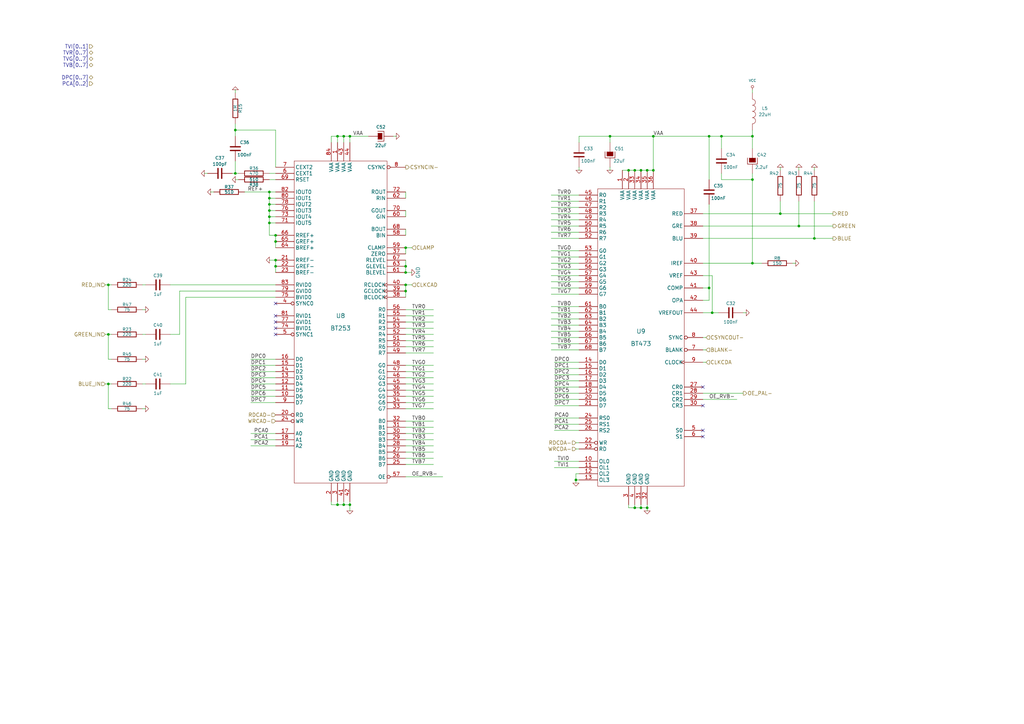
<source format=kicad_sch>
(kicad_sch (version 20200512) (host eeschema "(5.99.0-1712-g5a9e69b14)")
  (page 8 8)
  (paper "A3")
  (title_block (title "Video") (date "Sun 22 Mar 2015") (rev "2.0B") (company "Kicad EDA"))
  (lib_symbols
    (symbol "video_schlib:BT253"
      (property "Reference" "U" (at 0 2.54 0))
      (property "Value" "BT253" (at 0 -2.54 0))
      (symbol "BT253_0_1"
        (rectangle (start -19.05 -66.04) (end 19.05 66.04))
      )
      (symbol "BT253_1_1"
        (pin input line (at -1.27 73.66 270) (length 7.62) (name "VAA") (number "1"))
        (pin tri_state line (at -26.67 -30.48 0) (length 7.62) (name "D6") (number "10"))
        (pin tri_state line (at -26.67 -27.94 0) (length 7.62) (name "D5") (number "11"))
        (pin tri_state line (at -26.67 -25.4 0) (length 7.62) (name "D4") (number "12"))
        (pin tri_state line (at -26.67 -22.86 0) (length 7.62) (name "D3") (number "13"))
        (pin tri_state line (at -26.67 -20.32 0) (length 7.62) (name "D2") (number "14"))
        (pin tri_state line (at -26.67 -17.78 0) (length 7.62) (name "D1") (number "15"))
        (pin tri_state line (at -26.67 -15.24 0) (length 7.62) (name "D0") (number "16"))
        (pin input line (at -26.67 -45.72 0) (length 7.62) (name "A0") (number "17"))
        (pin input line (at -26.67 -48.26 0) (length 7.62) (name "A1") (number "18"))
        (pin input line (at -26.67 -50.8 0) (length 7.62) (name "A2") (number "19"))
        (pin input line (at -3.81 -73.66 90) (length 7.62) (name "GND") (number "2"))
        (pin input inverted (at -26.67 -38.1 0) (length 7.62) (name "RD") (number "20"))
        (pin input line (at -26.67 25.4 0) (length 7.62) (name "RREF-") (number "21"))
        (pin input line (at -26.67 22.86 0) (length 7.62) (name "GREF-") (number "22"))
        (pin input line (at -26.67 20.32 0) (length 7.62) (name "BREF-") (number "23"))
        (pin input inverted (at -26.67 -40.64 0) (length 7.62) (name "WR") (number "24"))
        (pin tri_state line (at 26.67 -58.42 180) (length 7.62) (name "B7") (number "25"))
        (pin tri_state line (at 26.67 -55.88 180) (length 7.62) (name "B6") (number "26"))
        (pin tri_state line (at 26.67 -53.34 180) (length 7.62) (name "B5") (number "27"))
        (pin tri_state line (at 26.67 -50.8 180) (length 7.62) (name "B4") (number "28"))
        (pin tri_state line (at 26.67 -48.26 180) (length 7.62) (name "B3") (number "29"))
        (pin input line (at -1.27 -73.66 90) (length 7.62) (name "GND") (number "3"))
        (pin tri_state line (at 26.67 -45.72 180) (length 7.62) (name "B2") (number "30"))
        (pin tri_state line (at 26.67 -43.18 180) (length 7.62) (name "B1") (number "31"))
        (pin tri_state line (at 26.67 -40.64 180) (length 7.62) (name "B0") (number "32"))
        (pin tri_state line (at 26.67 -35.56 180) (length 7.62) (name "G7") (number "33"))
        (pin tri_state line (at 26.67 -33.02 180) (length 7.62) (name "G6") (number "34"))
        (pin tri_state line (at 26.67 -30.48 180) (length 7.62) (name "G5") (number "35"))
        (pin tri_state line (at 26.67 -27.94 180) (length 7.62) (name "G4") (number "36"))
        (pin input line (at 26.67 27.94 180) (length 7.62) (name "ZERO") (number "37"))
        (pin input clock (at 26.67 10.16 180) (length 7.62) (name "BCLOCK") (number "38"))
        (pin input clock (at 26.67 12.7 180) (length 7.62) (name "GCLOCK") (number "39"))
        (pin input inverted (at -26.67 7.62 0) (length 7.62) (name "SYNC0") (number "4"))
        (pin input clock (at 26.67 15.24 180) (length 7.62) (name "RCLOCK") (number "40"))
        (pin input line (at 1.27 -73.66 90) (length 7.62) (name "GND") (number "41"))
        (pin input line (at 3.81 -73.66 90) (length 7.62) (name "GND") (number "42"))
        (pin input line (at 1.27 73.66 270) (length 7.62) (name "VAA") (number "43"))
        (pin input line (at 3.81 73.66 270) (length 7.62) (name "VAA") (number "44"))
        (pin tri_state line (at 26.67 -25.4 180) (length 7.62) (name "G3") (number "45"))
        (pin tri_state line (at 26.67 -22.86 180) (length 7.62) (name "G2") (number "46"))
        (pin tri_state line (at 26.67 -20.32 180) (length 7.62) (name "G1") (number "47"))
        (pin tri_state line (at 26.67 -17.78 180) (length 7.62) (name "G0") (number "48"))
        (pin tri_state line (at 26.67 -12.7 180) (length 7.62) (name "R7") (number "49"))
        (pin input inverted (at -26.67 -5.08 0) (length 7.62) (name "SYNC1") (number "5"))
        (pin tri_state line (at 26.67 -10.16 180) (length 7.62) (name "R6") (number "50"))
        (pin tri_state line (at 26.67 -7.62 180) (length 7.62) (name "R5") (number "51"))
        (pin tri_state line (at 26.67 -5.08 180) (length 7.62) (name "R4") (number "52"))
        (pin tri_state line (at 26.67 -2.54 180) (length 7.62) (name "R3") (number "53"))
        (pin tri_state line (at 26.67 0 180) (length 7.62) (name "R2") (number "54"))
        (pin tri_state line (at 26.67 2.54 180) (length 7.62) (name "R1") (number "55"))
        (pin tri_state line (at 26.67 5.08 180) (length 7.62) (name "R0") (number "56"))
        (pin input inverted (at 26.67 -63.5 180) (length 7.62) (name "OE") (number "57"))
        (pin input line (at 26.67 35.56 180) (length 7.62) (name "BIN") (number "58"))
        (pin input line (at 26.67 30.48 180) (length 7.62) (name "CLAMP") (number "59"))
        (pin output line (at -26.67 60.96 0) (length 7.62) (name "CEXT1") (number "6"))
        (pin input line (at 26.67 43.18 180) (length 7.62) (name "GIN") (number "60"))
        (pin input line (at 26.67 20.32 180) (length 7.62) (name "BLEVEL") (number "61"))
        (pin input line (at 26.67 50.8 180) (length 7.62) (name "RIN") (number "62"))
        (pin input line (at 26.67 22.86 180) (length 7.62) (name "GLEVEL") (number "63"))
        (pin input line (at -26.67 30.48 0) (length 7.62) (name "BREF+") (number "64"))
        (pin input line (at -26.67 33.02 0) (length 7.62) (name "GREF+") (number "65"))
        (pin input line (at -26.67 35.56 0) (length 7.62) (name "RREF+") (number "66"))
        (pin input line (at 26.67 25.4 180) (length 7.62) (name "RLEVEL") (number "67"))
        (pin output line (at 26.67 38.1 180) (length 7.62) (name "BOUT") (number "68"))
        (pin input line (at -26.67 58.42 0) (length 7.62) (name "RSET") (number "69"))
        (pin input line (at -26.67 63.5 0) (length 7.62) (name "CEXT2") (number "7"))
        (pin output line (at 26.67 45.72 180) (length 7.62) (name "GOUT") (number "70"))
        (pin passive line (at -26.67 40.64 0) (length 7.62) (name "IOUT5") (number "71"))
        (pin output line (at 26.67 53.34 180) (length 7.62) (name "ROUT") (number "72"))
        (pin passive line (at -26.67 43.18 0) (length 7.62) (name "IOUT4") (number "73"))
        (pin input line (at -26.67 -2.54 0) (length 7.62) (name "BVID1") (number "74"))
        (pin input line (at -26.67 10.16 0) (length 7.62) (name "BVID0") (number "75"))
        (pin passive line (at -26.67 45.72 0) (length 7.62) (name "IOUT3") (number "76"))
        (pin input line (at -26.67 0 0) (length 7.62) (name "GVID1") (number "77"))
        (pin passive line (at -26.67 48.26 0) (length 7.62) (name "IOUT2") (number "78"))
        (pin input line (at -26.67 12.7 0) (length 7.62) (name "GVID0") (number "79"))
        (pin output inverted (at 26.67 63.5 180) (length 7.62) (name "CSYNC") (number "8"))
        (pin passive line (at -26.67 50.8 0) (length 7.62) (name "IOUT1") (number "80"))
        (pin input line (at -26.67 2.54 0) (length 7.62) (name "RVID1") (number "81"))
        (pin passive line (at -26.67 53.34 0) (length 7.62) (name "IOUT0") (number "82"))
        (pin input line (at -26.67 15.24 0) (length 7.62) (name "RVID0") (number "83"))
        (pin input line (at -3.81 73.66 270) (length 7.62) (name "VAA") (number "84"))
        (pin tri_state line (at -26.67 -33.02 0) (length 7.62) (name "D7") (number "9"))
      )
    )
    (symbol "video_schlib:BT473"
      (property "Reference" "U" (at 0 2.54 0))
      (property "Value" "BT473" (at 0 -2.54 0))
      (symbol "BT473_0_1"
        (rectangle (start -17.78 -60.96) (end 17.78 60.96))
      )
      (symbol "BT473_1_1"
        (pin input line (at -7.62 68.58 270) (length 7.62) (name "VAA") (number "1"))
        (pin input line (at -25.4 -50.8 0) (length 7.62) (name "OL0") (number "10"))
        (pin input line (at -25.4 -53.34 0) (length 7.62) (name "OL1") (number "11"))
        (pin input line (at -25.4 -55.88 0) (length 7.62) (name "OL2") (number "12"))
        (pin input line (at -25.4 -58.42 0) (length 7.62) (name "OL3") (number "13"))
        (pin input line (at -25.4 -10.16 0) (length 7.62) (name "D0") (number "14"))
        (pin input line (at -25.4 -12.7 0) (length 7.62) (name "D1") (number "15"))
        (pin input line (at -25.4 -15.24 0) (length 7.62) (name "D2") (number "16"))
        (pin input line (at -25.4 -17.78 0) (length 7.62) (name "D3") (number "17"))
        (pin input line (at -25.4 -20.32 0) (length 7.62) (name "D4") (number "18"))
        (pin input line (at -25.4 -22.86 0) (length 7.62) (name "D5") (number "19"))
        (pin input line (at -5.08 68.58 270) (length 7.62) (name "VAA") (number "2"))
        (pin input line (at -25.4 -25.4 0) (length 7.62) (name "D6") (number "20"))
        (pin input line (at -25.4 -27.94 0) (length 7.62) (name "D7") (number "21"))
        (pin input inverted (at -25.4 -43.18 0) (length 7.62) (name "WR") (number "22"))
        (pin input inverted (at -25.4 -45.72 0) (length 7.62) (name "RD") (number "23"))
        (pin input line (at -25.4 -33.02 0) (length 7.62) (name "RS0") (number "24"))
        (pin input line (at -25.4 -35.56 0) (length 7.62) (name "RS1") (number "25"))
        (pin input line (at -25.4 -38.1 0) (length 7.62) (name "RS2") (number "26"))
        (pin output line (at 25.4 -20.32 180) (length 7.62) (name "CR0") (number "27"))
        (pin output line (at 25.4 -22.86 180) (length 7.62) (name "CR1") (number "28"))
        (pin output line (at 25.4 -25.4 180) (length 7.62) (name "CR2") (number "29"))
        (pin input line (at -5.08 -68.58 90) (length 7.62) (name "GND") (number "3"))
        (pin output line (at 25.4 -27.94 180) (length 7.62) (name "CR3") (number "30"))
        (pin input line (at 0 -68.58 90) (length 7.62) (name "GND") (number "31"))
        (pin input line (at 2.54 -68.58 90) (length 7.62) (name "GND") (number "32"))
        (pin input line (at -2.54 68.58 270) (length 7.62) (name "VAA") (number "33"))
        (pin input line (at 0 68.58 270) (length 7.62) (name "VAA") (number "34"))
        (pin input line (at 2.54 68.58 270) (length 7.62) (name "VAA") (number "35"))
        (pin input line (at 5.08 68.58 270) (length 7.62) (name "VAA") (number "36"))
        (pin output line (at 25.4 50.8 180) (length 7.62) (name "RED") (number "37"))
        (pin output line (at 25.4 45.72 180) (length 7.62) (name "GRE") (number "38"))
        (pin output line (at 25.4 40.64 180) (length 7.62) (name "BLU") (number "39"))
        (pin input line (at -2.54 -68.58 90) (length 7.62) (name "GND") (number "4"))
        (pin input line (at 25.4 30.48 180) (length 7.62) (name "IREF") (number "40"))
        (pin input line (at 25.4 20.32 180) (length 7.62) (name "COMP") (number "41"))
        (pin output line (at 25.4 15.24 180) (length 7.62) (name "OPA") (number "42"))
        (pin input line (at 25.4 25.4 180) (length 7.62) (name "VREF") (number "43"))
        (pin output line (at 25.4 10.16 180) (length 7.62) (name "VREFOUT") (number "44"))
        (pin input line (at -25.4 58.42 0) (length 7.62) (name "R0") (number "45"))
        (pin input line (at -25.4 55.88 0) (length 7.62) (name "R1") (number "46"))
        (pin input line (at -25.4 53.34 0) (length 7.62) (name "R2") (number "47"))
        (pin input line (at -25.4 50.8 0) (length 7.62) (name "R3") (number "48"))
        (pin input line (at -25.4 48.26 0) (length 7.62) (name "R4") (number "49"))
        (pin input line (at 25.4 -38.1 180) (length 7.62) (name "S0") (number "5"))
        (pin input line (at -25.4 45.72 0) (length 7.62) (name "R5") (number "50"))
        (pin input line (at -25.4 43.18 0) (length 7.62) (name "R6") (number "51"))
        (pin input line (at -25.4 40.64 0) (length 7.62) (name "R7") (number "52"))
        (pin input line (at -25.4 35.56 0) (length 7.62) (name "G0") (number "53"))
        (pin input line (at -25.4 33.02 0) (length 7.62) (name "G1") (number "54"))
        (pin input line (at -25.4 30.48 0) (length 7.62) (name "G2") (number "55"))
        (pin input line (at -25.4 27.94 0) (length 7.62) (name "G3") (number "56"))
        (pin input line (at -25.4 25.4 0) (length 7.62) (name "G4") (number "57"))
        (pin input line (at -25.4 22.86 0) (length 7.62) (name "G5") (number "58"))
        (pin input line (at -25.4 20.32 0) (length 7.62) (name "G6") (number "59"))
        (pin input line (at 25.4 -40.64 180) (length 7.62) (name "S1") (number "6"))
        (pin input line (at -25.4 17.78 0) (length 7.62) (name "G7") (number "60"))
        (pin input line (at -25.4 12.7 0) (length 7.62) (name "B0") (number "61"))
        (pin input line (at -25.4 10.16 0) (length 7.62) (name "B1") (number "62"))
        (pin input line (at -25.4 7.62 0) (length 7.62) (name "B2") (number "63"))
        (pin input line (at -25.4 5.08 0) (length 7.62) (name "B3") (number "64"))
        (pin input line (at -25.4 2.54 0) (length 7.62) (name "B4") (number "65"))
        (pin input line (at -25.4 0 0) (length 7.62) (name "B5") (number "66"))
        (pin input line (at -25.4 -2.54 0) (length 7.62) (name "B6") (number "67"))
        (pin input line (at -25.4 -5.08 0) (length 7.62) (name "B7") (number "68"))
        (pin input inverted (at 25.4 -5.08 180) (length 7.62) (name "BLANK") (number "7"))
        (pin input inverted (at 25.4 0 180) (length 7.62) (name "SYNC") (number "8"))
        (pin input clock (at 25.4 -10.16 180) (length 7.62) (name "CLOCK") (number "9"))
      )
    )
    (symbol "video_schlib:C" (pin_numbers hide) (pin_names (offset 0.254))
      (property "Reference" "C" (at 0 2.54 0))
      (property "Value" "C" (at 0.1524 -2.159 0))
      (symbol "C_0_1"
        (polyline (pts (xy -2.032 -0.762) (xy 2.032 -0.762)) (stroke (width 0.508)))
        (polyline (pts (xy -2.032 0.762) (xy 2.032 0.762)) (stroke (width 0.508)))
      )
      (symbol "C_1_1"
        (pin passive line (at 0 5.08 270) (length 4.318) (name "~") (number "1"))
        (pin passive line (at 0 -5.08 90) (length 4.318) (name "~") (number "2"))
      )
    )
    (symbol "video_schlib:CP" (pin_numbers hide) (pin_names (offset 0.254) hide)
      (property "Reference" "C" (at 1.27 2.54 0))
      (property "Value" "CP" (at 1.27 -2.54 0))
      (symbol "CP_0_1"
        (polyline (pts (xy -2.032 1.27) (xy -2.032 -1.27) (xy 2.032 -1.27) (xy 2.032 1.27)) (stroke (width 0.2032)))
        (polyline (pts (xy -1.27 1.27) (xy -1.27 -0.508) (xy 1.27 -0.508) (xy 1.27 1.27)) (fill (type outline)))
      )
      (symbol "CP_1_1"
        (pin passive line (at 0 5.08 270) (length 3.81) (name "~") (number "1"))
        (pin passive line (at 0 -5.08 90) (length 3.81) (name "~") (number "2"))
      )
    )
    (symbol "video_schlib:GND" (power) (pin_names (offset 0))
      (symbol "GND_0_1"
        (polyline (pts (xy -1.27 0) (xy 0 -1.27) (xy 1.27 0) (xy -1.27 0)))
      )
      (symbol "GND_1_1"
        (pin power_in line (at 0 0 90) (length 0) (name "GND") (number "1") hide)
      )
    )
    (symbol "video_schlib:INDUCTOR" (pin_numbers hide) (pin_names hide)
      (property "Reference" "L" (at -1.27 0 90))
      (property "Value" "INDUCTOR" (at 2.54 0 90))
      (symbol "INDUCTOR_0_1"
        (arc (start 0.0254 -5.0546) (end 0.0254 -2.54) (radius (at 0 -3.81) (length 1.27) (angles -88.9 88.9)))
        (arc (start 0.0254 -2.5146) (end 0.0254 0.0508) (radius (at 0 -1.2446) (length 1.2954) (angles -88.9 88.9)))
        (arc (start 0.0254 0.0254) (end 0.0254 2.5908) (radius (at 0 1.2954) (length 1.2954) (angles -88.9 88.9)))
        (arc (start 0.0254 2.5654) (end 0.0254 4.9784) (radius (at 0 3.7592) (length 1.2192) (angles -88.9 88.9)))
      )
      (symbol "INDUCTOR_1_1"
        (pin passive line (at 0 7.62 270) (length 2.54) (name "1") (number "1"))
        (pin passive line (at 0 -7.62 90) (length 2.54) (name "2") (number "2"))
      )
    )
    (symbol "video_schlib:R" (pin_numbers hide) (pin_names (offset 0))
      (property "Reference" "R" (at 2.032 0 90))
      (property "Value" "R" (at 0.1778 0.0254 90))
      (symbol "R_0_1"
        (rectangle (start -1.016 3.81) (end 1.016 -3.81) (stroke (width 0.3048)))
      )
      (symbol "R_1_1"
        (pin passive line (at 0 6.35 270) (length 2.54) (name "~") (number "1"))
        (pin passive line (at 0 -6.35 90) (length 2.54) (name "~") (number "2"))
      )
    )
    (symbol "video_schlib:VCC" (power) (pin_names (offset 0))
      (property "Value" "VCC" (at 0 2.54 0))
      (symbol "VCC_0_1"
        (circle (center 0 1.27) (radius 0.508))
        (polyline (pts (xy 0 0) (xy 0 0.762) (xy 0 0.762)))
      )
      (symbol "VCC_0_0"
        (pin power_in line (at 0 0 90) (length 0) (name "VCC") (number "1") hide)
      )
    )
  )
  (junction (at 44.45 116.84))
  (junction (at 44.45 137.16))
  (junction (at 44.45 157.48))
  (junction (at 96.52 53.34))
  (junction (at 96.52 71.12))
  (junction (at 110.49 78.74))
  (junction (at 110.49 81.28))
  (junction (at 110.49 83.82))
  (junction (at 110.49 86.36))
  (junction (at 110.49 88.9))
  (junction (at 110.49 91.44))
  (junction (at 113.03 96.52))
  (junction (at 113.03 99.06))
  (junction (at 113.03 106.68))
  (junction (at 113.03 109.22))
  (junction (at 138.43 55.88))
  (junction (at 138.43 207.01))
  (junction (at 140.97 55.88))
  (junction (at 140.97 207.01))
  (junction (at 143.51 55.88))
  (junction (at 143.51 207.01))
  (junction (at 166.37 101.6))
  (junction (at 166.37 109.22))
  (junction (at 166.37 111.76))
  (junction (at 166.37 116.84))
  (junction (at 166.37 119.38))
  (junction (at 236.22 196.85))
  (junction (at 250.19 55.88))
  (junction (at 257.81 69.85))
  (junction (at 260.35 69.85))
  (junction (at 260.35 208.28))
  (junction (at 262.89 69.85))
  (junction (at 262.89 208.28))
  (junction (at 265.43 69.85))
  (junction (at 265.43 208.28))
  (junction (at 267.97 55.88))
  (junction (at 267.97 69.85))
  (junction (at 290.83 55.88))
  (junction (at 290.83 118.11))
  (junction (at 292.1 128.27))
  (junction (at 295.91 55.88))
  (junction (at 308.61 55.88))
  (junction (at 308.61 73.66))
  (junction (at 308.61 107.95))
  (junction (at 320.04 87.63))
  (junction (at 327.66 92.71))
  (junction (at 334.01 97.79))
  (no_connect (at 113.03 124.46))
  (no_connect (at 113.03 132.08))
  (no_connect (at 113.03 129.54))
  (no_connect (at 288.29 176.53))
  (no_connect (at 113.03 134.62))
  (no_connect (at 288.29 179.07))
  (no_connect (at 288.29 158.75))
  (no_connect (at 288.29 166.37))
  (no_connect (at 113.03 137.16))
  (wire (pts (xy 43.18 116.84) (xy 44.45 116.84)))
  (wire (pts (xy 43.18 137.16) (xy 44.45 137.16)))
  (wire (pts (xy 43.18 157.48) (xy 44.45 157.48)))
  (wire (pts (xy 44.45 116.84) (xy 44.45 127)))
  (wire (pts (xy 44.45 116.84) (xy 45.72 116.84)))
  (wire (pts (xy 44.45 127) (xy 45.72 127)))
  (wire (pts (xy 44.45 137.16) (xy 44.45 147.32)))
  (wire (pts (xy 44.45 137.16) (xy 45.72 137.16)))
  (wire (pts (xy 44.45 147.32) (xy 45.72 147.32)))
  (wire (pts (xy 44.45 157.48) (xy 44.45 167.64)))
  (wire (pts (xy 44.45 157.48) (xy 45.72 157.48)))
  (wire (pts (xy 44.45 167.64) (xy 45.72 167.64)))
  (wire (pts (xy 58.42 116.84) (xy 59.69 116.84)))
  (wire (pts (xy 58.42 137.16) (xy 59.69 137.16)))
  (wire (pts (xy 58.42 157.48) (xy 59.69 157.48)))
  (wire (pts (xy 58.42 167.64) (xy 59.69 167.64)))
  (wire (pts (xy 59.69 127) (xy 58.42 127)))
  (wire (pts (xy 59.69 147.32) (xy 58.42 147.32)))
  (wire (pts (xy 69.85 116.84) (xy 113.03 116.84)))
  (wire (pts (xy 69.85 137.16) (xy 73.66 137.16)))
  (wire (pts (xy 69.85 157.48) (xy 76.2 157.48)))
  (wire (pts (xy 73.66 119.38) (xy 73.66 137.16)))
  (wire (pts (xy 76.2 121.92) (xy 76.2 157.48)))
  (wire (pts (xy 83.82 71.12) (xy 85.09 71.12)))
  (wire (pts (xy 86.36 78.74) (xy 87.63 78.74)))
  (wire (pts (xy 95.25 71.12) (xy 96.52 71.12)))
  (wire (pts (xy 96.52 38.1) (xy 96.52 36.83)))
  (wire (pts (xy 96.52 50.8) (xy 96.52 53.34)))
  (wire (pts (xy 96.52 53.34) (xy 96.52 55.88)))
  (wire (pts (xy 96.52 53.34) (xy 113.03 53.34)))
  (wire (pts (xy 96.52 71.12) (xy 96.52 66.04)))
  (wire (pts (xy 96.52 71.12) (xy 97.79 71.12)))
  (wire (pts (xy 96.52 73.66) (xy 97.79 73.66)))
  (wire (pts (xy 100.33 78.74) (xy 110.49 78.74)))
  (wire (pts (xy 102.87 147.32) (xy 113.03 147.32)))
  (wire (pts (xy 102.87 149.86) (xy 113.03 149.86)))
  (wire (pts (xy 102.87 152.4) (xy 113.03 152.4)))
  (wire (pts (xy 102.87 154.94) (xy 113.03 154.94)))
  (wire (pts (xy 102.87 157.48) (xy 113.03 157.48)))
  (wire (pts (xy 102.87 160.02) (xy 113.03 160.02)))
  (wire (pts (xy 102.87 162.56) (xy 113.03 162.56)))
  (wire (pts (xy 102.87 165.1) (xy 113.03 165.1)))
  (wire (pts (xy 102.87 177.8) (xy 113.03 177.8)))
  (wire (pts (xy 102.87 180.34) (xy 113.03 180.34)))
  (wire (pts (xy 102.87 182.88) (xy 113.03 182.88)))
  (wire (pts (xy 110.49 71.12) (xy 113.03 71.12)))
  (wire (pts (xy 110.49 73.66) (xy 113.03 73.66)))
  (wire (pts (xy 110.49 78.74) (xy 110.49 81.28)))
  (wire (pts (xy 110.49 78.74) (xy 113.03 78.74)))
  (wire (pts (xy 110.49 81.28) (xy 110.49 83.82)))
  (wire (pts (xy 110.49 83.82) (xy 110.49 86.36)))
  (wire (pts (xy 110.49 83.82) (xy 113.03 83.82)))
  (wire (pts (xy 110.49 86.36) (xy 110.49 88.9)))
  (wire (pts (xy 110.49 86.36) (xy 113.03 86.36)))
  (wire (pts (xy 110.49 88.9) (xy 110.49 91.44)))
  (wire (pts (xy 110.49 88.9) (xy 113.03 88.9)))
  (wire (pts (xy 110.49 91.44) (xy 110.49 96.52)))
  (wire (pts (xy 110.49 91.44) (xy 113.03 91.44)))
  (wire (pts (xy 110.49 96.52) (xy 113.03 96.52)))
  (wire (pts (xy 110.49 106.68) (xy 113.03 106.68)))
  (wire (pts (xy 113.03 53.34) (xy 113.03 68.58)))
  (wire (pts (xy 113.03 81.28) (xy 110.49 81.28)))
  (wire (pts (xy 113.03 96.52) (xy 113.03 99.06)))
  (wire (pts (xy 113.03 99.06) (xy 113.03 101.6)))
  (wire (pts (xy 113.03 106.68) (xy 113.03 109.22)))
  (wire (pts (xy 113.03 109.22) (xy 113.03 111.76)))
  (wire (pts (xy 113.03 119.38) (xy 73.66 119.38)))
  (wire (pts (xy 113.03 121.92) (xy 76.2 121.92)))
  (wire (pts (xy 135.89 55.88) (xy 135.89 58.42)))
  (wire (pts (xy 135.89 55.88) (xy 138.43 55.88)))
  (wire (pts (xy 135.89 207.01) (xy 135.89 205.74)))
  (wire (pts (xy 135.89 207.01) (xy 138.43 207.01)))
  (wire (pts (xy 138.43 55.88) (xy 138.43 58.42)))
  (wire (pts (xy 138.43 55.88) (xy 140.97 55.88)))
  (wire (pts (xy 138.43 205.74) (xy 138.43 207.01)))
  (wire (pts (xy 138.43 207.01) (xy 140.97 207.01)))
  (wire (pts (xy 140.97 55.88) (xy 140.97 58.42)))
  (wire (pts (xy 140.97 55.88) (xy 143.51 55.88)))
  (wire (pts (xy 140.97 205.74) (xy 140.97 207.01)))
  (wire (pts (xy 140.97 207.01) (xy 143.51 207.01)))
  (wire (pts (xy 143.51 55.88) (xy 151.13 55.88)))
  (wire (pts (xy 143.51 58.42) (xy 143.51 55.88)))
  (wire (pts (xy 143.51 205.74) (xy 143.51 207.01)))
  (wire (pts (xy 143.51 207.01) (xy 143.51 209.55)))
  (wire (pts (xy 162.56 55.88) (xy 161.29 55.88)))
  (wire (pts (xy 166.37 78.74) (xy 166.37 81.28)))
  (wire (pts (xy 166.37 86.36) (xy 166.37 88.9)))
  (wire (pts (xy 166.37 93.98) (xy 166.37 96.52)))
  (wire (pts (xy 166.37 101.6) (xy 168.91 101.6)))
  (wire (pts (xy 166.37 104.14) (xy 166.37 101.6)))
  (wire (pts (xy 166.37 106.68) (xy 166.37 109.22)))
  (wire (pts (xy 166.37 109.22) (xy 166.37 111.76)))
  (wire (pts (xy 166.37 111.76) (xy 168.91 111.76)))
  (wire (pts (xy 166.37 116.84) (xy 166.37 119.38)))
  (wire (pts (xy 166.37 119.38) (xy 166.37 121.92)))
  (wire (pts (xy 166.37 127) (xy 177.8 127)))
  (wire (pts (xy 166.37 129.54) (xy 177.8 129.54)))
  (wire (pts (xy 166.37 132.08) (xy 177.8 132.08)))
  (wire (pts (xy 166.37 134.62) (xy 177.8 134.62)))
  (wire (pts (xy 166.37 137.16) (xy 177.8 137.16)))
  (wire (pts (xy 166.37 139.7) (xy 177.8 139.7)))
  (wire (pts (xy 166.37 142.24) (xy 177.8 142.24)))
  (wire (pts (xy 166.37 144.78) (xy 177.8 144.78)))
  (wire (pts (xy 166.37 149.86) (xy 177.8 149.86)))
  (wire (pts (xy 166.37 152.4) (xy 177.8 152.4)))
  (wire (pts (xy 166.37 154.94) (xy 177.8 154.94)))
  (wire (pts (xy 166.37 157.48) (xy 177.8 157.48)))
  (wire (pts (xy 166.37 160.02) (xy 177.8 160.02)))
  (wire (pts (xy 166.37 162.56) (xy 177.8 162.56)))
  (wire (pts (xy 166.37 165.1) (xy 177.8 165.1)))
  (wire (pts (xy 166.37 167.64) (xy 177.8 167.64)))
  (wire (pts (xy 166.37 172.72) (xy 177.8 172.72)))
  (wire (pts (xy 166.37 175.26) (xy 177.8 175.26)))
  (wire (pts (xy 166.37 177.8) (xy 177.8 177.8)))
  (wire (pts (xy 166.37 180.34) (xy 177.8 180.34)))
  (wire (pts (xy 166.37 182.88) (xy 177.8 182.88)))
  (wire (pts (xy 166.37 185.42) (xy 177.8 185.42)))
  (wire (pts (xy 166.37 187.96) (xy 177.8 187.96)))
  (wire (pts (xy 166.37 190.5) (xy 177.8 190.5)))
  (wire (pts (xy 166.37 195.58) (xy 181.61 195.58)))
  (wire (pts (xy 168.91 116.84) (xy 166.37 116.84)))
  (wire (pts (xy 226.06 80.01) (xy 237.49 80.01)))
  (wire (pts (xy 226.06 82.55) (xy 237.49 82.55)))
  (wire (pts (xy 226.06 85.09) (xy 237.49 85.09)))
  (wire (pts (xy 226.06 87.63) (xy 237.49 87.63)))
  (wire (pts (xy 226.06 90.17) (xy 237.49 90.17)))
  (wire (pts (xy 226.06 92.71) (xy 237.49 92.71)))
  (wire (pts (xy 226.06 95.25) (xy 237.49 95.25)))
  (wire (pts (xy 226.06 97.79) (xy 237.49 97.79)))
  (wire (pts (xy 226.06 102.87) (xy 237.49 102.87)))
  (wire (pts (xy 226.06 105.41) (xy 237.49 105.41)))
  (wire (pts (xy 226.06 107.95) (xy 237.49 107.95)))
  (wire (pts (xy 226.06 110.49) (xy 237.49 110.49)))
  (wire (pts (xy 226.06 113.03) (xy 237.49 113.03)))
  (wire (pts (xy 226.06 115.57) (xy 237.49 115.57)))
  (wire (pts (xy 226.06 118.11) (xy 237.49 118.11)))
  (wire (pts (xy 226.06 120.65) (xy 237.49 120.65)))
  (wire (pts (xy 226.06 125.73) (xy 237.49 125.73)))
  (wire (pts (xy 226.06 128.27) (xy 237.49 128.27)))
  (wire (pts (xy 226.06 130.81) (xy 237.49 130.81)))
  (wire (pts (xy 226.06 133.35) (xy 237.49 133.35)))
  (wire (pts (xy 226.06 135.89) (xy 237.49 135.89)))
  (wire (pts (xy 226.06 138.43) (xy 237.49 138.43)))
  (wire (pts (xy 226.06 140.97) (xy 237.49 140.97)))
  (wire (pts (xy 226.06 143.51) (xy 237.49 143.51)))
  (wire (pts (xy 227.33 148.59) (xy 237.49 148.59)))
  (wire (pts (xy 227.33 151.13) (xy 237.49 151.13)))
  (wire (pts (xy 227.33 153.67) (xy 237.49 153.67)))
  (wire (pts (xy 227.33 156.21) (xy 237.49 156.21)))
  (wire (pts (xy 227.33 158.75) (xy 237.49 158.75)))
  (wire (pts (xy 227.33 161.29) (xy 237.49 161.29)))
  (wire (pts (xy 227.33 163.83) (xy 237.49 163.83)))
  (wire (pts (xy 227.33 166.37) (xy 237.49 166.37)))
  (wire (pts (xy 227.33 171.45) (xy 237.49 171.45)))
  (wire (pts (xy 227.33 173.99) (xy 237.49 173.99)))
  (wire (pts (xy 227.33 176.53) (xy 237.49 176.53)))
  (wire (pts (xy 236.22 181.61) (xy 237.49 181.61)))
  (wire (pts (xy 236.22 194.31) (xy 236.22 196.85)))
  (wire (pts (xy 236.22 194.31) (xy 237.49 194.31)))
  (wire (pts (xy 236.22 196.85) (xy 236.22 198.12)))
  (wire (pts (xy 237.49 55.88) (xy 250.19 55.88)))
  (wire (pts (xy 237.49 58.42) (xy 237.49 55.88)))
  (wire (pts (xy 237.49 68.58) (xy 237.49 69.85)))
  (wire (pts (xy 237.49 184.15) (xy 236.22 184.15)))
  (wire (pts (xy 237.49 189.23) (xy 227.33 189.23)))
  (wire (pts (xy 237.49 191.77) (xy 227.33 191.77)))
  (wire (pts (xy 237.49 196.85) (xy 236.22 196.85)))
  (wire (pts (xy 250.19 55.88) (xy 267.97 55.88)))
  (wire (pts (xy 250.19 58.42) (xy 250.19 55.88)))
  (wire (pts (xy 250.19 69.85) (xy 250.19 68.58)))
  (wire (pts (xy 255.27 69.85) (xy 257.81 69.85)))
  (wire (pts (xy 257.81 69.85) (xy 260.35 69.85)))
  (wire (pts (xy 257.81 208.28) (xy 257.81 207.01)))
  (wire (pts (xy 257.81 208.28) (xy 260.35 208.28)))
  (wire (pts (xy 260.35 69.85) (xy 262.89 69.85)))
  (wire (pts (xy 260.35 208.28) (xy 260.35 207.01)))
  (wire (pts (xy 260.35 208.28) (xy 262.89 208.28)))
  (wire (pts (xy 262.89 69.85) (xy 265.43 69.85)))
  (wire (pts (xy 262.89 208.28) (xy 262.89 207.01)))
  (wire (pts (xy 262.89 208.28) (xy 265.43 208.28)))
  (wire (pts (xy 265.43 69.85) (xy 267.97 69.85)))
  (wire (pts (xy 265.43 207.01) (xy 265.43 208.28)))
  (wire (pts (xy 265.43 208.28) (xy 265.43 209.55)))
  (wire (pts (xy 267.97 55.88) (xy 290.83 55.88)))
  (wire (pts (xy 267.97 69.85) (xy 267.97 55.88)))
  (wire (pts (xy 288.29 87.63) (xy 320.04 87.63)))
  (wire (pts (xy 288.29 92.71) (xy 327.66 92.71)))
  (wire (pts (xy 288.29 97.79) (xy 334.01 97.79)))
  (wire (pts (xy 288.29 107.95) (xy 308.61 107.95)))
  (wire (pts (xy 288.29 128.27) (xy 292.1 128.27)))
  (wire (pts (xy 288.29 161.29) (xy 304.8 161.29)))
  (wire (pts (xy 288.29 163.83) (xy 302.26 163.83)))
  (wire (pts (xy 289.56 138.43) (xy 288.29 138.43)))
  (wire (pts (xy 289.56 143.51) (xy 288.29 143.51)))
  (wire (pts (xy 289.56 148.59) (xy 288.29 148.59)))
  (wire (pts (xy 290.83 55.88) (xy 290.83 73.66)))
  (wire (pts (xy 290.83 55.88) (xy 295.91 55.88)))
  (wire (pts (xy 290.83 83.82) (xy 290.83 118.11)))
  (wire (pts (xy 290.83 118.11) (xy 288.29 118.11)))
  (wire (pts (xy 290.83 118.11) (xy 290.83 123.19)))
  (wire (pts (xy 290.83 123.19) (xy 288.29 123.19)))
  (wire (pts (xy 292.1 113.03) (xy 288.29 113.03)))
  (wire (pts (xy 292.1 128.27) (xy 292.1 113.03)))
  (wire (pts (xy 292.1 128.27) (xy 294.64 128.27)))
  (wire (pts (xy 295.91 55.88) (xy 295.91 60.96)))
  (wire (pts (xy 295.91 55.88) (xy 308.61 55.88)))
  (wire (pts (xy 295.91 71.12) (xy 295.91 73.66)))
  (wire (pts (xy 295.91 73.66) (xy 308.61 73.66)))
  (wire (pts (xy 306.07 128.27) (xy 304.8 128.27)))
  (wire (pts (xy 308.61 36.83) (xy 308.61 38.1)))
  (wire (pts (xy 308.61 53.34) (xy 308.61 55.88)))
  (wire (pts (xy 308.61 55.88) (xy 308.61 60.96)))
  (wire (pts (xy 308.61 71.12) (xy 308.61 73.66)))
  (wire (pts (xy 308.61 73.66) (xy 308.61 107.95)))
  (wire (pts (xy 308.61 107.95) (xy 312.42 107.95)))
  (wire (pts (xy 320.04 69.85) (xy 320.04 68.58)))
  (wire (pts (xy 320.04 82.55) (xy 320.04 87.63)))
  (wire (pts (xy 320.04 87.63) (xy 341.63 87.63)))
  (wire (pts (xy 326.39 107.95) (xy 325.12 107.95)))
  (wire (pts (xy 327.66 68.58) (xy 327.66 69.85)))
  (wire (pts (xy 327.66 92.71) (xy 327.66 82.55)))
  (wire (pts (xy 327.66 92.71) (xy 341.63 92.71)))
  (wire (pts (xy 334.01 69.85) (xy 334.01 68.58)))
  (wire (pts (xy 334.01 97.79) (xy 334.01 82.55)))
  (wire (pts (xy 334.01 97.79) (xy 341.63 97.79)))
  (label "REF+" (at 101.6 78.74 0) (effects (font (size 1.524 1.524))))
  (label "DPC0" (at 102.87 147.32 0) (effects (font (size 1.524 1.524))))
  (label "DPC1" (at 102.87 149.86 0) (effects (font (size 1.524 1.524))))
  (label "DPC2" (at 102.87 152.4 0) (effects (font (size 1.524 1.524))))
  (label "DPC3" (at 102.87 154.94 0) (effects (font (size 1.524 1.524))))
  (label "DPC4" (at 102.87 157.48 0) (effects (font (size 1.524 1.524))))
  (label "DPC5" (at 102.87 160.02 0) (effects (font (size 1.524 1.524))))
  (label "DPC6" (at 102.87 162.56 0) (effects (font (size 1.524 1.524))))
  (label "DPC7" (at 102.87 165.1 0) (effects (font (size 1.524 1.524))))
  (label "PCA0" (at 104.14 177.8 0) (effects (font (size 1.524 1.524))))
  (label "PCA1" (at 104.14 180.34 0) (effects (font (size 1.524 1.524))))
  (label "PCA2" (at 104.14 182.88 0) (effects (font (size 1.524 1.524))))
  (label "VAA" (at 144.78 55.88 0) (effects (font (size 1.524 1.524))))
  (label "TVR0" (at 168.91 127 0) (effects (font (size 1.524 1.524))))
  (label "TVR1" (at 168.91 129.54 0) (effects (font (size 1.524 1.524))))
  (label "TVR2" (at 168.91 132.08 0) (effects (font (size 1.524 1.524))))
  (label "TVR3" (at 168.91 134.62 0) (effects (font (size 1.524 1.524))))
  (label "TVR4" (at 168.91 137.16 0) (effects (font (size 1.524 1.524))))
  (label "TVR5" (at 168.91 139.7 0) (effects (font (size 1.524 1.524))))
  (label "TVR6" (at 168.91 142.24 0) (effects (font (size 1.524 1.524))))
  (label "TVR7" (at 168.91 144.78 0) (effects (font (size 1.524 1.524))))
  (label "TVG0" (at 168.91 149.86 0) (effects (font (size 1.524 1.524))))
  (label "TVG1" (at 168.91 152.4 0) (effects (font (size 1.524 1.524))))
  (label "TVG2" (at 168.91 154.94 0) (effects (font (size 1.524 1.524))))
  (label "TVG3" (at 168.91 157.48 0) (effects (font (size 1.524 1.524))))
  (label "TVG4" (at 168.91 160.02 0) (effects (font (size 1.524 1.524))))
  (label "TVG5" (at 168.91 162.56 0) (effects (font (size 1.524 1.524))))
  (label "TVG6" (at 168.91 165.1 0) (effects (font (size 1.524 1.524))))
  (label "TVG7" (at 168.91 167.64 0) (effects (font (size 1.524 1.524))))
  (label "TVB0" (at 168.91 172.72 0) (effects (font (size 1.524 1.524))))
  (label "TVB1" (at 168.91 175.26 0) (effects (font (size 1.524 1.524))))
  (label "TVB2" (at 168.91 177.8 0) (effects (font (size 1.524 1.524))))
  (label "TVB3" (at 168.91 180.34 0) (effects (font (size 1.524 1.524))))
  (label "TVB4" (at 168.91 182.88 0) (effects (font (size 1.524 1.524))))
  (label "TVB5" (at 168.91 185.42 0) (effects (font (size 1.524 1.524))))
  (label "TVB6" (at 168.91 187.96 0) (effects (font (size 1.524 1.524))))
  (label "TVB7" (at 168.91 190.5 0) (effects (font (size 1.524 1.524))))
  (label "OE_RVB-" (at 168.91 195.58 0) (effects (font (size 1.524 1.524))))
  (label "DPC0" (at 227.33 148.59 0) (effects (font (size 1.524 1.524))))
  (label "DPC1" (at 227.33 151.13 0) (effects (font (size 1.524 1.524))))
  (label "DPC2" (at 227.33 153.67 0) (effects (font (size 1.524 1.524))))
  (label "DPC3" (at 227.33 156.21 0) (effects (font (size 1.524 1.524))))
  (label "DPC4" (at 227.33 158.75 0) (effects (font (size 1.524 1.524))))
  (label "DPC5" (at 227.33 161.29 0) (effects (font (size 1.524 1.524))))
  (label "DPC6" (at 227.33 163.83 0) (effects (font (size 1.524 1.524))))
  (label "DPC7" (at 227.33 166.37 0) (effects (font (size 1.524 1.524))))
  (label "PCA0" (at 227.33 171.45 0) (effects (font (size 1.524 1.524))))
  (label "PCA1" (at 227.33 173.99 0) (effects (font (size 1.524 1.524))))
  (label "PCA2" (at 227.33 176.53 0) (effects (font (size 1.524 1.524))))
  (label "TVR0" (at 228.6 80.01 0) (effects (font (size 1.524 1.524))))
  (label "TVR1" (at 228.6 82.55 0) (effects (font (size 1.524 1.524))))
  (label "TVR2" (at 228.6 85.09 0) (effects (font (size 1.524 1.524))))
  (label "TVR3" (at 228.6 87.63 0) (effects (font (size 1.524 1.524))))
  (label "TVR4" (at 228.6 90.17 0) (effects (font (size 1.524 1.524))))
  (label "TVR5" (at 228.6 92.71 0) (effects (font (size 1.524 1.524))))
  (label "TVR6" (at 228.6 95.25 0) (effects (font (size 1.524 1.524))))
  (label "TVR7" (at 228.6 97.79 0) (effects (font (size 1.524 1.524))))
  (label "TVG0" (at 228.6 102.87 0) (effects (font (size 1.524 1.524))))
  (label "TVG1" (at 228.6 105.41 0) (effects (font (size 1.524 1.524))))
  (label "TVG2" (at 228.6 107.95 0) (effects (font (size 1.524 1.524))))
  (label "TVG3" (at 228.6 110.49 0) (effects (font (size 1.524 1.524))))
  (label "TVG4" (at 228.6 113.03 0) (effects (font (size 1.524 1.524))))
  (label "TVG5" (at 228.6 115.57 0) (effects (font (size 1.524 1.524))))
  (label "TVG6" (at 228.6 118.11 0) (effects (font (size 1.524 1.524))))
  (label "TVG7" (at 228.6 120.65 0) (effects (font (size 1.524 1.524))))
  (label "TVB0" (at 228.6 125.73 0) (effects (font (size 1.524 1.524))))
  (label "TVB1" (at 228.6 128.27 0) (effects (font (size 1.524 1.524))))
  (label "TVB2" (at 228.6 130.81 0) (effects (font (size 1.524 1.524))))
  (label "TVB3" (at 228.6 133.35 0) (effects (font (size 1.524 1.524))))
  (label "TVB4" (at 228.6 135.89 0) (effects (font (size 1.524 1.524))))
  (label "TVB5" (at 228.6 138.43 0) (effects (font (size 1.524 1.524))))
  (label "TVB6" (at 228.6 140.97 0) (effects (font (size 1.524 1.524))))
  (label "TVB7" (at 228.6 143.51 0) (effects (font (size 1.524 1.524))))
  (label "TVI0" (at 228.6 189.23 0) (effects (font (size 1.524 1.524))))
  (label "TVI1" (at 228.6 191.77 0) (effects (font (size 1.524 1.524))))
  (label "VAA" (at 267.97 55.88 0) (effects (font (size 1.524 1.524))))
  (label "OE_RVB-" (at 290.83 163.83 0) (effects (font (size 1.524 1.524))))
  (hierarchical_label "TVI[0..1]" (shape input) (at 38.1 19.05 180) (effects (font (size 1.524 1.524))))
  (hierarchical_label "TVR[0..7]" (shape tri_state) (at 38.1 21.59 180) (effects (font (size 1.524 1.524))))
  (hierarchical_label "TVG[0..7]" (shape tri_state) (at 38.1 24.13 180) (effects (font (size 1.524 1.524))))
  (hierarchical_label "TVB[0..7]" (shape tri_state) (at 38.1 26.67 180) (effects (font (size 1.524 1.524))))
  (hierarchical_label "DPC[0..7]" (shape tri_state) (at 38.1 31.75 180) (effects (font (size 1.524 1.524))))
  (hierarchical_label "PCA[0..2]" (shape input) (at 38.1 34.29 180) (effects (font (size 1.524 1.524))))
  (hierarchical_label "RED_IN" (shape input) (at 43.18 116.84 180) (effects (font (size 1.524 1.524))))
  (hierarchical_label "GREEN_IN" (shape input) (at 43.18 137.16 180) (effects (font (size 1.524 1.524))))
  (hierarchical_label "BLUE_IN" (shape input) (at 43.18 157.48 180) (effects (font (size 1.524 1.524))))
  (hierarchical_label "RDCAD-" (shape input) (at 113.03 170.18 180) (effects (font (size 1.524 1.524))))
  (hierarchical_label "WRCAD-" (shape input) (at 113.03 172.72 180) (effects (font (size 1.524 1.524))))
  (hierarchical_label "CSYNCIN-" (shape output) (at 166.37 68.58 0) (effects (font (size 1.524 1.524))))
  (hierarchical_label "CLAMP" (shape input) (at 168.91 101.6 0) (effects (font (size 1.524 1.524))))
  (hierarchical_label "CLKCAD" (shape input) (at 168.91 116.84 0) (effects (font (size 1.524 1.524))))
  (hierarchical_label "RDCDA-" (shape input) (at 236.22 181.61 180) (effects (font (size 1.524 1.524))))
  (hierarchical_label "WRCDA-" (shape input) (at 236.22 184.15 180) (effects (font (size 1.524 1.524))))
  (hierarchical_label "CSYNCOUT-" (shape input) (at 289.56 138.43 0) (effects (font (size 1.524 1.524))))
  (hierarchical_label "BLANK-" (shape input) (at 289.56 143.51 0) (effects (font (size 1.524 1.524))))
  (hierarchical_label "CLKCDA" (shape input) (at 289.56 148.59 0) (effects (font (size 1.524 1.524))))
  (hierarchical_label "OE_PAL-" (shape output) (at 304.8 161.29 0) (effects (font (size 1.524 1.524))))
  (hierarchical_label "RED" (shape output) (at 341.63 87.63 0) (effects (font (size 1.524 1.524))))
  (hierarchical_label "GREEN" (shape output) (at 341.63 92.71 0) (effects (font (size 1.524 1.524))))
  (hierarchical_label "BLUE" (shape output) (at 341.63 97.79 0) (effects (font (size 1.524 1.524))))
  (symbol (lib_id "video_schlib:VCC") (at 308.61 36.83 0) (unit 1)
    (property "Reference" "#VCC0182" (effects hide))
    (property "Value" "VCC" (at 308.61 33.02 0) (effects (font (size 1.016 1.016))))
  )
  (symbol (lib_id "video_schlib:GND") (at 59.69 127 90) (unit 1)
    (property "Reference" "#GND0174" (effects hide))
    (property "Value" "GND" (effects hide))
  )
  (symbol (lib_id "video_schlib:GND") (at 59.69 147.32 90) (unit 1)
    (property "Reference" "#GND0175" (effects hide))
    (property "Value" "GND" (effects hide))
  )
  (symbol (lib_id "video_schlib:GND") (at 59.69 167.64 90) (unit 1)
    (property "Reference" "#GND0176" (effects hide))
    (property "Value" "GND" (effects hide))
  )
  (symbol (lib_id "video_schlib:GND") (at 83.82 71.12 270) (unit 1)
    (property "Reference" "#GND0179" (effects hide))
    (property "Value" "GND" (effects hide))
  )
  (symbol (lib_id "video_schlib:GND") (at 86.36 78.74 270) (unit 1)
    (property "Reference" "#GND0181" (effects hide))
    (property "Value" "GND" (effects hide))
  )
  (symbol (lib_id "video_schlib:GND") (at 96.52 36.83 180) (unit 1)
    (property "Reference" "#GND0178" (effects hide))
    (property "Value" "GND" (effects hide))
  )
  (symbol (lib_id "video_schlib:GND") (at 96.52 73.66 270) (unit 1)
    (property "Reference" "#GND0177" (effects hide))
    (property "Value" "GND" (effects hide))
  )
  (symbol (lib_id "video_schlib:GND") (at 110.49 106.68 270) (unit 1)
    (property "Reference" "#PWR0163" (effects hide))
    (property "Value" "GND" (effects hide))
  )
  (symbol (lib_id "video_schlib:GND") (at 143.51 209.55 0) (unit 1)
    (property "Reference" "#GND0166" (effects hide))
    (property "Value" "GND" (effects hide))
  )
  (symbol (lib_id "video_schlib:GND") (at 162.56 55.88 90) (unit 1)
    (property "Reference" "#GND0180" (effects hide))
    (property "Value" "GND" (effects hide))
  )
  (symbol (lib_id "video_schlib:GND") (at 168.91 111.76 90) (unit 1)
    (property "Reference" "#GND0173" (effects hide))
    (property "Value" "GND" (at 171.45 111.76 0) (effects (font (size 1.524 1.524))))
  )
  (symbol (lib_id "video_schlib:GND") (at 236.22 198.12 0) (unit 1)
    (property "Reference" "#PWR0162" (effects hide))
    (property "Value" "GND" (effects hide))
  )
  (symbol (lib_id "video_schlib:GND") (at 237.49 69.85 0) (unit 1)
    (property "Reference" "#GND0168" (effects hide))
    (property "Value" "GND" (effects hide))
  )
  (symbol (lib_id "video_schlib:GND") (at 250.19 69.85 0) (unit 1)
    (property "Reference" "#GND0169" (effects hide))
    (property "Value" "GND" (effects hide))
  )
  (symbol (lib_id "video_schlib:GND") (at 265.43 209.55 0) (unit 1)
    (property "Reference" "#GND0167" (effects hide))
    (property "Value" "GND" (effects hide))
  )
  (symbol (lib_id "video_schlib:GND") (at 306.07 128.27 90) (unit 1)
    (property "Reference" "#PWR0164" (effects hide))
    (property "Value" "GND" (effects hide))
  )
  (symbol (lib_id "video_schlib:GND") (at 320.04 68.58 180) (unit 1)
    (property "Reference" "#GND0170" (effects hide))
    (property "Value" "GND" (effects hide))
  )
  (symbol (lib_id "video_schlib:GND") (at 326.39 107.95 90) (unit 1)
    (property "Reference" "#GND0165" (effects hide))
    (property "Value" "GND" (effects hide))
  )
  (symbol (lib_id "video_schlib:GND") (at 327.66 68.58 180) (unit 1)
    (property "Reference" "#GND0171" (effects hide))
    (property "Value" "GND" (effects hide))
  )
  (symbol (lib_id "video_schlib:GND") (at 334.01 68.58 180) (unit 1)
    (property "Reference" "#GND0172" (effects hide))
    (property "Value" "GND" (effects hide))
  )
  (symbol (lib_id "video_schlib:INDUCTOR") (at 308.61 45.72 0) (unit 1)
    (property "Reference" "L5" (at 313.69 44.45 0))
    (property "Value" "22uH" (at 313.69 46.99 0))
    (property "Footprint" "Resistor_SMD:R_1812_4532Metric_Pad1.24x3.50mm_HandSolder" (effects hide))
  )
  (symbol (lib_id "video_schlib:R") (at 52.07 116.84 90) (unit 1)
    (property "Reference" "R24" (at 52.07 114.808 90))
    (property "Value" "220" (at 52.07 116.84 90))
    (property "Footprint" "Resistor_SMD:R_1206_3216Metric_Pad1.24x1.80mm_HandSolder" (effects hide))
  )
  (symbol (lib_id "video_schlib:R") (at 52.07 127 90) (unit 1)
    (property "Reference" "R47" (at 52.07 124.968 90))
    (property "Value" "75" (at 52.07 127 90))
    (property "Footprint" "Resistor_SMD:R_1206_3216Metric_Pad1.24x1.80mm_HandSolder" (effects hide))
  )
  (symbol (lib_id "video_schlib:R") (at 52.07 137.16 90) (unit 1)
    (property "Reference" "R23" (at 52.07 135.128 90))
    (property "Value" "220" (at 52.07 137.16 90))
    (property "Footprint" "Resistor_SMD:R_1206_3216Metric_Pad1.24x1.80mm_HandSolder" (effects hide))
  )
  (symbol (lib_id "video_schlib:R") (at 52.07 147.32 90) (unit 1)
    (property "Reference" "R45" (at 52.07 145.288 90))
    (property "Value" "75" (at 52.07 147.32 90))
    (property "Footprint" "Resistor_SMD:R_1206_3216Metric_Pad1.24x1.80mm_HandSolder" (effects hide))
  )
  (symbol (lib_id "video_schlib:R") (at 52.07 157.48 90) (unit 1)
    (property "Reference" "R22" (at 52.07 155.448 90))
    (property "Value" "220" (at 52.07 157.48 90))
    (property "Footprint" "Resistor_SMD:R_1206_3216Metric_Pad1.24x1.80mm_HandSolder" (effects hide))
  )
  (symbol (lib_id "video_schlib:R") (at 52.07 167.64 90) (unit 1)
    (property "Reference" "R46" (at 52.07 165.608 90))
    (property "Value" "75" (at 52.07 167.64 90))
    (property "Footprint" "Resistor_SMD:R_1206_3216Metric_Pad1.24x1.80mm_HandSolder" (effects hide))
  )
  (symbol (lib_id "video_schlib:R") (at 93.98 78.74 90) (unit 1)
    (property "Reference" "R37" (at 93.98 76.708 90))
    (property "Value" "510" (at 93.98 78.74 90))
    (property "Footprint" "Resistor_SMD:R_1206_3216Metric_Pad1.24x1.80mm_HandSolder" (effects hide))
  )
  (symbol (lib_id "video_schlib:R") (at 96.52 44.45 0) (unit 1)
    (property "Reference" "R15" (at 98.552 44.45 90))
    (property "Value" "1M" (at 96.52 44.45 90))
    (property "Footprint" "Resistor_SMD:R_1206_3216Metric_Pad1.24x1.80mm_HandSolder" (effects hide))
  )
  (symbol (lib_id "video_schlib:R") (at 104.14 71.12 90) (unit 1)
    (property "Reference" "R36" (at 104.14 69.088 90))
    (property "Value" "470" (at 104.14 71.12 90))
    (property "Footprint" "Resistor_SMD:R_1206_3216Metric_Pad1.24x1.80mm_HandSolder" (effects hide))
  )
  (symbol (lib_id "video_schlib:R") (at 104.14 73.66 270) (unit 1)
    (property "Reference" "R38" (at 104.14 75.692 90))
    (property "Value" "510" (at 104.14 73.66 90))
    (property "Footprint" "Resistor_SMD:R_1206_3216Metric_Pad1.24x1.80mm_HandSolder" (effects hide))
  )
  (symbol (lib_id "video_schlib:R") (at 318.77 107.95 90) (unit 1)
    (property "Reference" "R8" (at 318.77 105.918 90))
    (property "Value" "150" (at 318.77 107.95 90))
    (property "Footprint" "Resistor_SMD:R_1206_3216Metric_Pad1.24x1.80mm_HandSolder" (effects hide))
  )
  (symbol (lib_id "video_schlib:R") (at 320.04 76.2 0) (unit 1)
    (property "Reference" "R42" (at 317.5 71.12 0))
    (property "Value" "75" (at 320.04 76.2 90))
    (property "Footprint" "Resistor_SMD:R_1206_3216Metric_Pad1.24x1.80mm_HandSolder" (effects hide))
  )
  (symbol (lib_id "video_schlib:R") (at 327.66 76.2 0) (unit 1)
    (property "Reference" "R43" (at 325.12 71.12 0))
    (property "Value" "75" (at 327.66 76.2 90))
    (property "Footprint" "Resistor_SMD:R_1206_3216Metric_Pad1.24x1.80mm_HandSolder" (effects hide))
  )
  (symbol (lib_id "video_schlib:R") (at 334.01 76.2 0) (unit 1)
    (property "Reference" "R44" (at 331.47 71.12 0))
    (property "Value" "75" (at 334.01 76.2 90))
    (property "Footprint" "Resistor_SMD:R_1206_3216Metric_Pad1.24x1.80mm_HandSolder" (effects hide))
  )
  (symbol (lib_id "video_schlib:CP") (at 156.21 55.88 90) (unit 1)
    (property "Reference" "C52" (at 156.21 52.07 90))
    (property "Value" "22uF" (at 156.21 59.69 90))
    (property "Footprint" "Resistor_SMD:R_1206_3216Metric_Pad1.24x1.80mm_HandSolder" (effects hide))
  )
  (symbol (lib_id "video_schlib:CP") (at 250.19 63.5 0) (unit 1)
    (property "Reference" "C51" (at 254 60.96 0))
    (property "Value" "22uF" (at 254 66.04 0))
    (property "Footprint" "Resistor_SMD:R_1210_3225Metric_Pad1.24x2.70mm_HandSolder" (effects hide))
  )
  (symbol (lib_id "video_schlib:CP") (at 308.61 66.04 0) (unit 1)
    (property "Reference" "C42" (at 312.42 63.5 0))
    (property "Value" "2.2uF" (at 312.42 68.58 0))
    (property "Footprint" "Resistor_SMD:R_1210_3225Metric_Pad1.24x2.70mm_HandSolder" (effects hide))
  )
  (symbol (lib_id "video_schlib:C") (at 64.77 116.84 270) (unit 1)
    (property "Reference" "C39" (at 64.77 113.03 90))
    (property "Value" "1uF" (at 64.77 120.65 90))
    (property "Footprint" "Resistor_SMD:R_1210_3225Metric_Pad1.24x2.70mm_HandSolder" (effects hide))
  )
  (symbol (lib_id "video_schlib:C") (at 64.77 137.16 270) (unit 1)
    (property "Reference" "C40" (at 64.77 133.35 90))
    (property "Value" "1uF" (at 64.77 140.97 90))
    (property "Footprint" "Resistor_SMD:R_1210_3225Metric_Pad1.24x2.70mm_HandSolder" (effects hide))
  )
  (symbol (lib_id "video_schlib:C") (at 64.77 157.48 270) (unit 1)
    (property "Reference" "C41" (at 64.77 153.67 90))
    (property "Value" "1uF" (at 64.77 161.29 90))
    (property "Footprint" "Resistor_SMD:R_1210_3225Metric_Pad1.24x2.70mm_HandSolder" (effects hide))
  )
  (symbol (lib_id "video_schlib:C") (at 90.17 71.12 90) (unit 1)
    (property "Reference" "C37" (at 90.17 64.77 90))
    (property "Value" "100pF" (at 90.17 67.31 90))
    (property "Footprint" "Resistor_SMD:R_1206_3216Metric_Pad1.24x1.80mm_HandSolder" (effects hide))
  )
  (symbol (lib_id "video_schlib:C") (at 96.52 60.96 0) (unit 1)
    (property "Reference" "C36" (at 100.33 58.42 0))
    (property "Value" "100nF" (at 100.33 63.5 0))
    (property "Footprint" "Resistor_SMD:R_1206_3216Metric_Pad1.24x1.80mm_HandSolder" (effects hide))
  )
  (symbol (lib_id "video_schlib:C") (at 237.49 63.5 0) (unit 1)
    (property "Reference" "C33" (at 241.3 60.96 0))
    (property "Value" "100nF" (at 241.3 66.04 0))
    (property "Footprint" "Resistor_SMD:R_1206_3216Metric_Pad1.24x1.80mm_HandSolder" (effects hide))
  )
  (symbol (lib_id "video_schlib:C") (at 290.83 78.74 0) (unit 1)
    (property "Reference" "C35" (at 294.64 76.2 0))
    (property "Value" "100nF" (at 294.64 81.28 0))
    (property "Footprint" "Resistor_SMD:R_1206_3216Metric_Pad1.24x1.80mm_HandSolder" (effects hide))
  )
  (symbol (lib_id "video_schlib:C") (at 295.91 66.04 0) (unit 1)
    (property "Reference" "C34" (at 299.72 63.5 0))
    (property "Value" "100nF" (at 299.72 68.58 0))
    (property "Footprint" "Resistor_SMD:R_1206_3216Metric_Pad1.24x1.80mm_HandSolder" (effects hide))
  )
  (symbol (lib_id "video_schlib:C") (at 299.72 128.27 270) (unit 1)
    (property "Reference" "C32" (at 299.72 124.46 90))
    (property "Value" "100nF" (at 299.72 132.08 90))
    (property "Footprint" "Resistor_SMD:R_1206_3216Metric_Pad1.24x1.80mm_HandSolder" (effects hide))
  )
  (symbol (lib_id "video_schlib:BT473") (at 262.89 138.43 0) (unit 1)
    (property "Reference" "U9" (at 262.89 135.89 0) (effects (font (size 1.778 1.778))))
    (property "Value" "BT473" (at 262.89 140.97 0) (effects (font (size 1.778 1.778))))
    (property "Footprint" "footprints:PLCC68" (effects hide))
  )
  (symbol (lib_id "video_schlib:BT253") (at 139.7 132.08 0) (unit 1)
    (property "Reference" "U8" (at 139.7 129.54 0) (effects (font (size 1.778 1.778))))
    (property "Value" "BT253" (at 139.7 134.62 0) (effects (font (size 1.778 1.778))))
    (property "Footprint" "footprints:PLCC84" (effects hide))
  )
)
</source>
